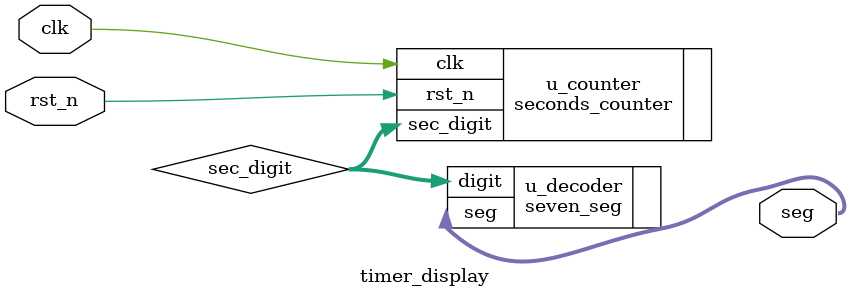
<source format=v>
module timer_display #(
  parameter integer CLOCK_FREQ = 10_000
)(
  input  wire       clk,
  input  wire       rst_n,
  output wire [6:0] seg      // connect to your 7-segment display
);
  wire [3:0] sec_digit;

  // instantiate the 1 Hz seconds counter
  seconds_counter #(
    .CLOCK_FREQ(CLOCK_FREQ)
  ) u_counter (
    .clk      (clk),
    .rst_n    (rst_n),
    .sec_digit(sec_digit)
  );

  // instantiate the decoder to 7-segment
  seven_seg u_decoder (
    .digit(sec_digit),
    .seg  (seg)
  );
endmodule

</source>
